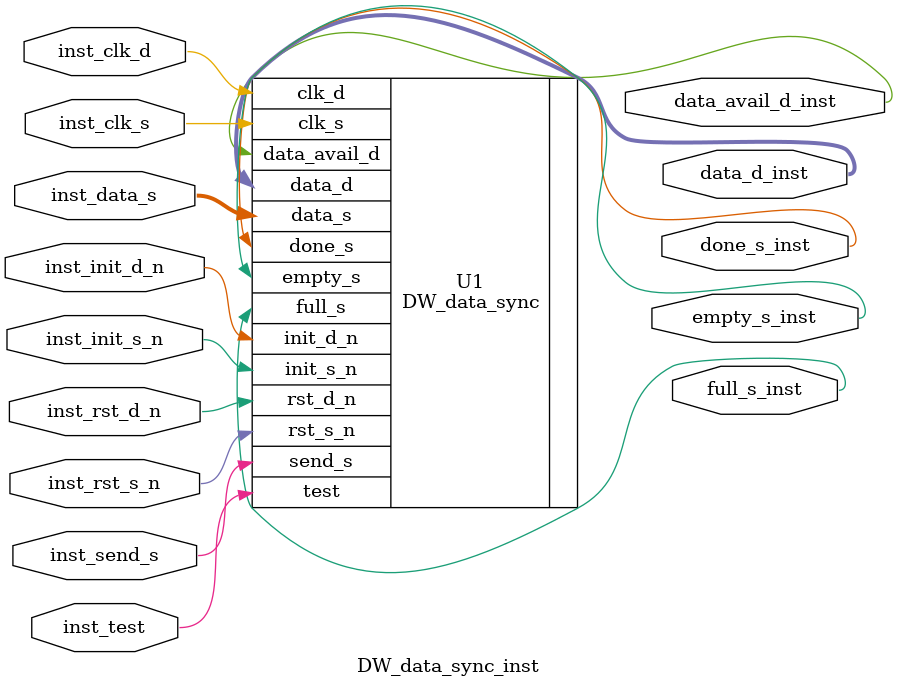
<source format=v>
module DW_data_sync_inst( inst_clk_s, inst_rst_s_n, inst_init_s_n, inst_send_s, inst_data_s, 
		inst_clk_d, inst_rst_d_n, inst_init_d_n, inst_test, empty_s_inst, 
		full_s_inst, done_s_inst, data_avail_d_inst, data_d_inst );

parameter width = 8;
parameter pend_mode = 0;
parameter ack_delay = 1;
parameter f_sync_type = 2;
parameter r_sync_type = 2;
parameter tst_mode = 0;
parameter verif_en = 1;
parameter send_mode = 0;

input inst_clk_s;
input inst_rst_s_n;
input inst_init_s_n;
input inst_send_s;
input [width-1 : 0] inst_data_s;
input inst_clk_d;
input inst_rst_d_n;
input inst_init_d_n;
input inst_test;
output empty_s_inst;
output full_s_inst;
output done_s_inst;
output data_avail_d_inst;
output [width-1 : 0] data_d_inst;

    // Instance of DW_data_sync
    DW_data_sync #(width, pend_mode, ack_delay, f_sync_type, r_sync_type, tst_mode, verif_en, send_mode)
	  U1 ( .clk_s(inst_clk_s), .rst_s_n(inst_rst_s_n),
.init_s_n(inst_init_s_n), .send_s(inst_send_s), .data_s(inst_data_s),
.clk_d(inst_clk_d), .rst_d_n(inst_rst_d_n), .init_d_n(inst_init_d_n),
.test(inst_test), .empty_s(empty_s_inst), .full_s(full_s_inst),
.done_s(done_s_inst), .data_avail_d(data_avail_d_inst), .data_d(data_d_inst)
);

endmodule

</source>
